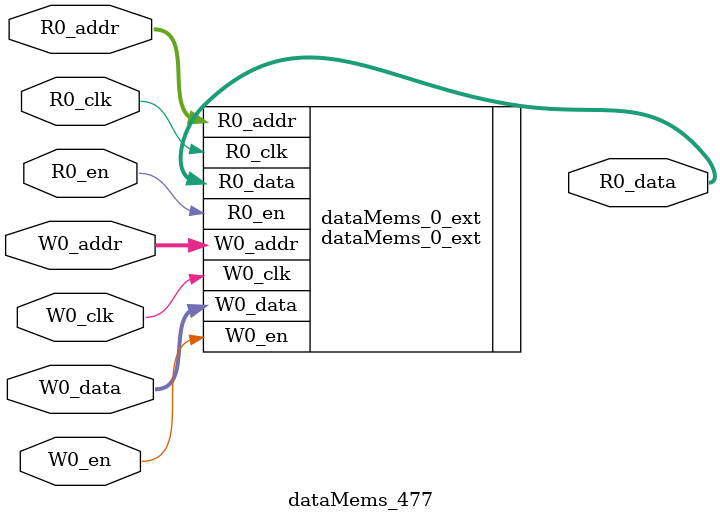
<source format=sv>
`ifndef RANDOMIZE
  `ifdef RANDOMIZE_REG_INIT
    `define RANDOMIZE
  `endif // RANDOMIZE_REG_INIT
`endif // not def RANDOMIZE
`ifndef RANDOMIZE
  `ifdef RANDOMIZE_MEM_INIT
    `define RANDOMIZE
  `endif // RANDOMIZE_MEM_INIT
`endif // not def RANDOMIZE

`ifndef RANDOM
  `define RANDOM $random
`endif // not def RANDOM

// Users can define 'PRINTF_COND' to add an extra gate to prints.
`ifndef PRINTF_COND_
  `ifdef PRINTF_COND
    `define PRINTF_COND_ (`PRINTF_COND)
  `else  // PRINTF_COND
    `define PRINTF_COND_ 1
  `endif // PRINTF_COND
`endif // not def PRINTF_COND_

// Users can define 'ASSERT_VERBOSE_COND' to add an extra gate to assert error printing.
`ifndef ASSERT_VERBOSE_COND_
  `ifdef ASSERT_VERBOSE_COND
    `define ASSERT_VERBOSE_COND_ (`ASSERT_VERBOSE_COND)
  `else  // ASSERT_VERBOSE_COND
    `define ASSERT_VERBOSE_COND_ 1
  `endif // ASSERT_VERBOSE_COND
`endif // not def ASSERT_VERBOSE_COND_

// Users can define 'STOP_COND' to add an extra gate to stop conditions.
`ifndef STOP_COND_
  `ifdef STOP_COND
    `define STOP_COND_ (`STOP_COND)
  `else  // STOP_COND
    `define STOP_COND_ 1
  `endif // STOP_COND
`endif // not def STOP_COND_

// Users can define INIT_RANDOM as general code that gets injected into the
// initializer block for modules with registers.
`ifndef INIT_RANDOM
  `define INIT_RANDOM
`endif // not def INIT_RANDOM

// If using random initialization, you can also define RANDOMIZE_DELAY to
// customize the delay used, otherwise 0.002 is used.
`ifndef RANDOMIZE_DELAY
  `define RANDOMIZE_DELAY 0.002
`endif // not def RANDOMIZE_DELAY

// Define INIT_RANDOM_PROLOG_ for use in our modules below.
`ifndef INIT_RANDOM_PROLOG_
  `ifdef RANDOMIZE
    `ifdef VERILATOR
      `define INIT_RANDOM_PROLOG_ `INIT_RANDOM
    `else  // VERILATOR
      `define INIT_RANDOM_PROLOG_ `INIT_RANDOM #`RANDOMIZE_DELAY begin end
    `endif // VERILATOR
  `else  // RANDOMIZE
    `define INIT_RANDOM_PROLOG_
  `endif // RANDOMIZE
`endif // not def INIT_RANDOM_PROLOG_

// Include register initializers in init blocks unless synthesis is set
`ifndef SYNTHESIS
  `ifndef ENABLE_INITIAL_REG_
    `define ENABLE_INITIAL_REG_
  `endif // not def ENABLE_INITIAL_REG_
`endif // not def SYNTHESIS

// Include rmemory initializers in init blocks unless synthesis is set
`ifndef SYNTHESIS
  `ifndef ENABLE_INITIAL_MEM_
    `define ENABLE_INITIAL_MEM_
  `endif // not def ENABLE_INITIAL_MEM_
`endif // not def SYNTHESIS

module dataMems_477(	// @[generators/ara/src/main/scala/UnsafeAXI4ToTL.scala:365:62]
  input  [4:0]  R0_addr,
  input         R0_en,
  input         R0_clk,
  output [66:0] R0_data,
  input  [4:0]  W0_addr,
  input         W0_en,
  input         W0_clk,
  input  [66:0] W0_data
);

  dataMems_0_ext dataMems_0_ext (	// @[generators/ara/src/main/scala/UnsafeAXI4ToTL.scala:365:62]
    .R0_addr (R0_addr),
    .R0_en   (R0_en),
    .R0_clk  (R0_clk),
    .R0_data (R0_data),
    .W0_addr (W0_addr),
    .W0_en   (W0_en),
    .W0_clk  (W0_clk),
    .W0_data (W0_data)
  );
endmodule


</source>
